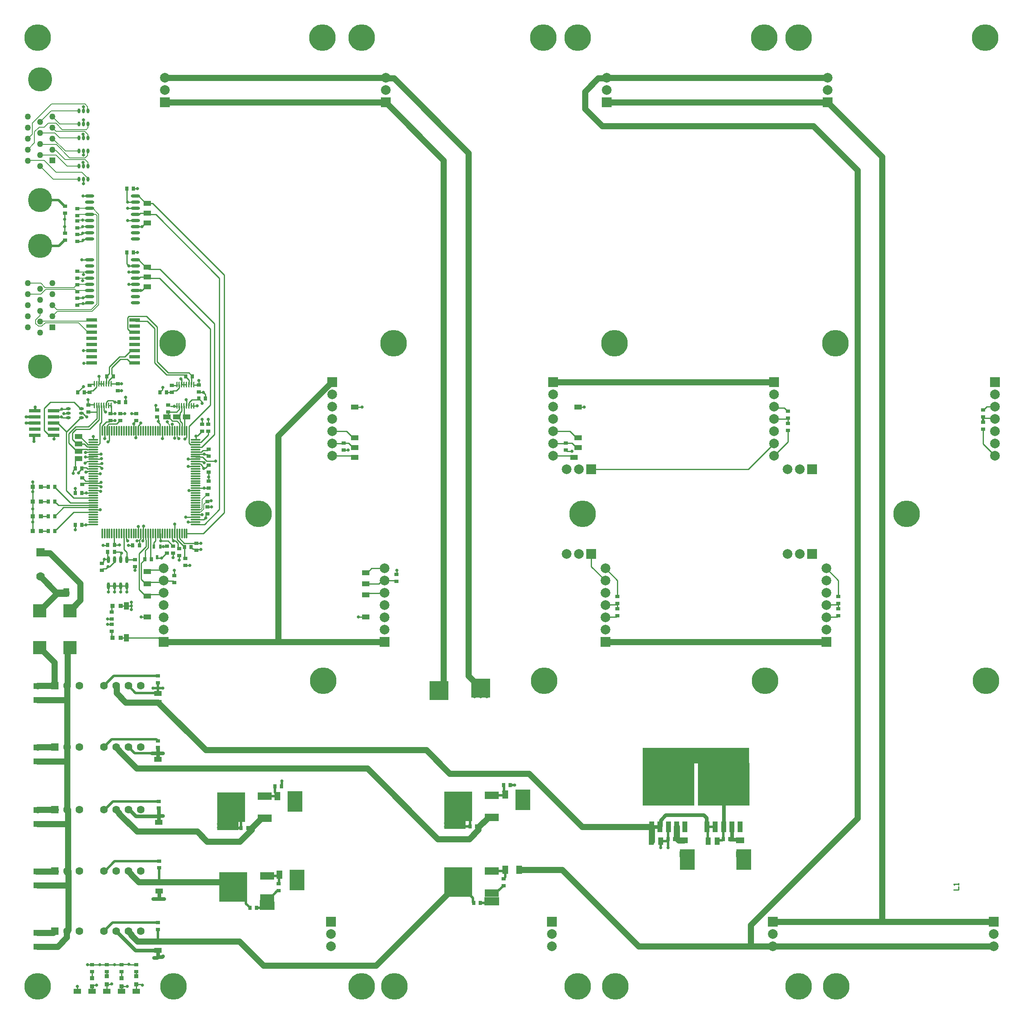
<source format=gtl>
G04*
G04 #@! TF.GenerationSoftware,Altium Limited,Altium Designer,20.0.14 (345)*
G04*
G04 Layer_Physical_Order=1*
G04 Layer_Color=255*
%FSLAX25Y25*%
%MOIN*%
G70*
G01*
G75*
%ADD10C,0.01000*%
%ADD19R,0.03543X0.03150*%
%ADD20R,0.03150X0.03543*%
%ADD21R,0.09000X0.03000*%
%ADD22R,0.05906X0.04331*%
%ADD23R,0.06299X0.03937*%
%ADD24R,0.04200X0.09000*%
%ADD25R,0.42000X0.35000*%
%ADD26R,0.07087X0.05118*%
%ADD27R,0.04331X0.05906*%
%ADD28R,0.05118X0.07087*%
%ADD29R,0.11811X0.06299*%
%ADD30R,0.22835X0.24410*%
%ADD31R,0.03740X0.03740*%
%ADD32R,0.01968X0.03543*%
%ADD33R,0.03740X0.03740*%
%ADD34O,0.02362X0.05709*%
%ADD35O,0.08268X0.01181*%
%ADD36O,0.01181X0.08268*%
%ADD37O,0.03937X0.02362*%
%ADD38O,0.07480X0.02362*%
%ADD39O,0.02362X0.03937*%
%ADD40R,0.10630X0.10630*%
G04:AMPARAMS|DCode=41|XSize=29.92mil|YSize=94.49mil|CornerRadius=7.48mil|HoleSize=0mil|Usage=FLASHONLY|Rotation=270.000|XOffset=0mil|YOffset=0mil|HoleType=Round|Shape=RoundedRectangle|*
%AMROUNDEDRECTD41*
21,1,0.02992,0.07953,0,0,270.0*
21,1,0.01496,0.09449,0,0,270.0*
1,1,0.01496,-0.03976,-0.00748*
1,1,0.01496,-0.03976,0.00748*
1,1,0.01496,0.03976,0.00748*
1,1,0.01496,0.03976,-0.00748*
%
%ADD41ROUNDEDRECTD41*%
%ADD42O,0.01000X0.05315*%
%ADD43R,0.03937X0.06299*%
%ADD82C,0.00600*%
%ADD83C,0.05000*%
%ADD84C,0.00900*%
%ADD85C,0.02000*%
%ADD86C,0.03000*%
%ADD87R,0.12000X0.17000*%
%ADD88R,0.15808X0.15786*%
%ADD89R,0.87045X0.12686*%
%ADD90R,0.17606X0.06901*%
%ADD91R,0.11836X0.06901*%
%ADD92R,0.06299X0.06299*%
%ADD93C,0.06299*%
%ADD94C,0.07874*%
%ADD95R,0.07874X0.07874*%
%ADD96R,0.07874X0.07874*%
%ADD97C,0.19685*%
%ADD98C,0.05000*%
%ADD99R,0.05000X0.05000*%
%ADD100C,0.07000*%
%ADD101R,0.07000X0.07000*%
%ADD102C,0.21654*%
%ADD103C,0.02600*%
D10*
X35777Y612556D02*
X36851Y613631D01*
X81291Y597800D02*
X81453Y597962D01*
X36996Y613631D02*
X37122D01*
X36851D02*
X36996D01*
X37130Y613765D01*
X36781Y613415D02*
X36996Y613631D01*
X32620Y560885D02*
X36826D01*
X32291Y560556D02*
X32620Y560885D01*
X45302Y433402D02*
X51405D01*
X51650Y433647D01*
X45268Y433367D02*
X45302Y433402D01*
X71756Y476000D02*
Y479756D01*
X56024Y476005D02*
X57268Y477249D01*
X56024Y473341D02*
Y476005D01*
X57268Y477249D02*
X61318D01*
X62567Y476000D01*
X63000D01*
X66244D01*
X42291Y453800D02*
X50119Y461627D01*
X31291Y453800D02*
X42291D01*
X50119Y461627D02*
Y473341D01*
X136756Y479000D02*
Y482244D01*
X135000Y484000D02*
X136756Y482244D01*
X131579Y484000D02*
X135000D01*
X131291Y484288D02*
X131579Y484000D01*
X127633Y473000D02*
X130000D01*
X127260Y472627D02*
X127633Y473000D01*
X134000Y475000D02*
Y476047D01*
X131244Y478803D02*
X134000Y476047D01*
X131244Y478803D02*
Y479000D01*
X127260Y472627D02*
Y472800D01*
X123323D02*
Y475464D01*
X125587Y477728D02*
X130169D01*
X123323Y475464D02*
X125587Y477728D01*
X130169D02*
X131244Y478803D01*
X123348Y456348D02*
X140541Y473541D01*
Y535550D01*
X99584Y576507D02*
X99948Y576143D01*
X123348Y442447D02*
Y456348D01*
X99291Y576800D02*
X99584Y576507D01*
X109672Y364066D02*
Y368962D01*
Y364066D02*
X110480Y363259D01*
Y362988D02*
Y363259D01*
X119535Y352800D02*
Y357800D01*
X113609Y363923D02*
Y368962D01*
Y363923D02*
X119535Y357997D01*
X110480Y362988D02*
X110671Y362797D01*
X112260D01*
X119535Y357800D02*
Y357997D01*
X130172Y356000D02*
X133000D01*
X129426Y355254D02*
X130172Y356000D01*
X128351Y356329D02*
X129426Y355254D01*
X115543Y365405D02*
Y368997D01*
X119362Y361000D02*
X133000D01*
X292552Y336399D02*
Y338757D01*
X292000Y335847D02*
X292552Y336399D01*
X54506Y452447D02*
X54520Y452461D01*
X54506Y446220D02*
Y452447D01*
X54492Y446206D02*
X54506Y446220D01*
X125047Y357603D02*
Y357800D01*
Y357603D02*
X126122Y356528D01*
X126319D01*
X126518Y356329D01*
X128351D01*
X115578Y364785D02*
X119362Y361000D01*
X57968Y498921D02*
X58366Y499319D01*
X61600Y496647D02*
Y497156D01*
X60291Y498662D02*
Y503800D01*
X56244Y497197D02*
X57968Y498921D01*
X56244Y497220D02*
X57956Y498932D01*
X58366Y499319D02*
Y499920D01*
X66535Y512800D02*
X71071D01*
X58366Y504630D02*
X66535Y512800D01*
X58366Y499920D02*
X58366Y504630D01*
X71071Y512800D02*
X76000Y517729D01*
X61600Y497156D02*
Y497353D01*
X60291Y498662D02*
X61600Y497353D01*
Y497156D02*
X61756Y497000D01*
X57993Y493525D02*
X60196Y495728D01*
X57993Y490861D02*
Y493525D01*
X60196Y495728D02*
X60681D01*
X61600Y496647D01*
X56024Y490861D02*
Y497000D01*
X67291Y510800D02*
X72929D01*
X60291Y503800D02*
X67291Y510800D01*
X292000Y335847D02*
X292291Y335556D01*
X111349Y334614D02*
Y338771D01*
X111291Y334556D02*
X111349Y334614D01*
X-4152Y383079D02*
Y388741D01*
X-4243Y382988D02*
X-4152Y383079D01*
Y388741D02*
Y394521D01*
X-4243Y394612D02*
X-4152Y394521D01*
X42098Y608468D02*
X42358Y608729D01*
X36883Y608014D02*
X37316D01*
X37771Y608468D02*
X42098D01*
X37316Y608014D02*
X37771Y608468D01*
X37130Y613765D02*
X42323D01*
X45268Y429430D02*
X50997D01*
X51567Y430000D01*
X52000D01*
X50119Y490861D02*
Y496881D01*
X50000Y497000D02*
X50119Y496881D01*
X72791Y321209D02*
Y326072D01*
X67791Y321209D02*
Y326072D01*
X62248D02*
X62520Y325800D01*
X62791Y321209D02*
Y326072D01*
X57791Y321209D02*
Y326072D01*
X67791D02*
X72791D01*
X57791D02*
X62248D01*
X62791D02*
X67791D01*
X105044Y353044D02*
X105291D01*
X101000Y349000D02*
X105044Y353044D01*
X97821Y349000D02*
X101000D01*
X97764Y348943D02*
X97821Y349000D01*
X97280Y349427D02*
X97764Y348943D01*
X53451Y359347D02*
X56264D01*
X56717Y359800D01*
X57045Y359472D01*
X39700Y401871D02*
X45268D01*
X36047Y401800D02*
X36118Y401871D01*
X39700D01*
X36047Y401800D02*
X36163Y401684D01*
X98457Y462879D02*
Y462969D01*
X97291Y464044D02*
X97382D01*
X98457Y462969D01*
Y459634D02*
Y460061D01*
Y459634D02*
X99795Y458296D01*
X97291Y464044D02*
X98457Y462879D01*
Y460061D02*
Y462879D01*
X134000Y457756D02*
Y462000D01*
X133803Y452244D02*
X134000D01*
X130210Y448651D02*
X133803Y452244D01*
X129306Y448651D02*
X130210D01*
X129000Y448345D02*
X129306Y448651D01*
X129000Y445262D02*
Y448345D01*
X128916Y445178D02*
X129000Y445262D01*
X138803Y449103D02*
Y452244D01*
X132945Y443244D02*
X138803Y449103D01*
X139000Y457756D02*
Y462000D01*
X128732Y445178D02*
X128916D01*
X44418Y6630D02*
Y11918D01*
X44291Y12044D02*
X44418Y11918D01*
X68417Y-4074D02*
Y-183D01*
X68291Y-4200D02*
X68417Y-4074D01*
X72894Y-62D02*
X72894Y-62D01*
X69807Y-62D02*
X72894D01*
X69661Y84D02*
X69807Y-62D01*
X60021Y1800D02*
X60291D01*
X59674Y1453D02*
X60021Y1800D01*
X68291Y6636D02*
Y12044D01*
Y6636D02*
X68417Y6510D01*
X56291Y8146D02*
Y12044D01*
X80291Y8146D02*
Y12044D01*
X44291Y-189D02*
Y63D01*
X44418Y-62D02*
X45480Y1000D01*
X48000D01*
X44291Y-4200D02*
Y-189D01*
X44418Y-62D01*
X68589Y17854D02*
X74237D01*
X68291Y17556D02*
X68589Y17854D01*
X642520Y340425D02*
X652291Y330654D01*
Y317556D02*
Y330654D01*
X420022Y432268D02*
X438823D01*
X430291Y437044D02*
X431366Y435969D01*
X435122D02*
X435291Y435800D01*
X431366Y435969D02*
X435122D01*
X439110Y446800D02*
X440291D01*
X450964Y421326D02*
X578964D01*
X599964Y442326D01*
X59494Y461000D02*
X63000D01*
X59370Y461123D02*
X59494Y461000D01*
X59961Y467226D02*
Y473341D01*
X59291Y466556D02*
X59961Y467226D01*
X57993Y473341D02*
X59961D01*
X54056Y469035D02*
X55291Y467800D01*
X15319Y393528D02*
X16819Y392028D01*
X45268D01*
X15122Y393528D02*
X15319D01*
X37075Y488537D02*
X37341D01*
X32535Y483997D02*
X37075Y488537D01*
X32535Y483800D02*
Y483997D01*
X39614Y463949D02*
X40002D01*
X114366Y357556D02*
X115291D01*
X82835Y359139D02*
Y363607D01*
X36881Y668525D02*
X36951Y668595D01*
X62047Y359800D02*
X62138Y359891D01*
X57520Y347800D02*
X57531Y347811D01*
X101581Y280425D02*
X102520D01*
X72291Y283800D02*
X98206D01*
X101581Y280425D01*
X148000Y388509D02*
Y577000D01*
X96271Y628729D02*
X148000Y577000D01*
X135806Y376315D02*
X148000Y388509D01*
X99669Y584332D02*
X144000Y540000D01*
Y449509D02*
Y540000D01*
X133798Y439307D02*
X144000Y449509D01*
X99948Y576143D02*
X140541Y535550D01*
X98533Y576800D02*
X99291D01*
X90760Y584332D02*
X99669D01*
X152000Y386000D02*
Y579566D01*
X121449Y368997D02*
X134997D01*
X152000Y386000D01*
X93766Y637800D02*
X152000Y579566D01*
X88110Y637800D02*
X93766D01*
X90362Y628729D02*
X96271D01*
X125291Y496241D02*
X126047Y496997D01*
X125291Y490320D02*
Y496241D01*
X121354Y472800D02*
Y477213D01*
X121000Y477567D02*
X121354Y477213D01*
X121000Y477567D02*
Y478000D01*
X120000Y446000D02*
X121414Y447414D01*
Y452427D01*
X121449Y452461D01*
X120860Y463800D02*
X121291D01*
X120949D02*
X121073D01*
X115941Y460555D02*
X117512Y458984D01*
Y452461D02*
Y458984D01*
X119480Y462331D02*
X120949Y463800D01*
X119480Y452461D02*
Y462331D01*
X117417Y468643D02*
Y472800D01*
X113291Y463800D02*
X114472D01*
X115941Y465269D02*
Y467166D01*
X114472Y463800D02*
X115941Y465269D01*
Y467166D02*
X117417Y468643D01*
X114472Y463800D02*
X115941Y462331D01*
Y460555D02*
Y462331D01*
X29000Y420265D02*
X30535Y421800D01*
X29000Y418000D02*
Y420265D01*
X72291Y309800D02*
X76291D01*
X67638D02*
X72291D01*
X33310Y418366D02*
X33616Y418673D01*
X33310Y418366D02*
X33634D01*
X33616Y418673D02*
Y419172D01*
X36047Y421603D01*
Y421800D01*
X39418Y418905D02*
X39851D01*
X40499Y419553D01*
X45233D01*
X56291Y1453D02*
X59674D01*
X84945D02*
X85445Y953D01*
X80291Y1453D02*
X84945D01*
X36222Y437550D02*
X40056D01*
X45233Y437339D02*
X45268Y437304D01*
X40268Y437339D02*
X45233D01*
X40056Y437550D02*
X40268Y437339D01*
X34472Y435800D02*
X36222Y437550D01*
X33291Y435800D02*
X34472D01*
X39335Y435335D02*
X45268D01*
X39000Y435000D02*
X39335Y435335D01*
X32110Y441800D02*
X37997D01*
X41641Y439307D02*
X45233D01*
X41547Y439400D02*
X41641Y439307D01*
X40397Y439400D02*
X41547D01*
X37997Y441800D02*
X40397Y439400D01*
X34472Y447800D02*
X40997Y441276D01*
X45233D01*
X33291Y447800D02*
X34472D01*
X45233Y441276D02*
X45268Y441241D01*
X77475Y358228D02*
X78291Y359044D01*
X77760Y359576D02*
X78291Y359044D01*
X110175Y349342D02*
Y353257D01*
X22000Y625291D02*
X22146Y625146D01*
X79760Y566729D02*
X85039D01*
X116659Y494800D02*
X117263D01*
X110175Y353257D02*
X110298Y353380D01*
X138291Y390556D02*
X141556D01*
X138291Y395044D02*
X138903Y395656D01*
X141453D01*
X115291Y347291D02*
Y351044D01*
X87535Y348000D02*
Y355029D01*
X86169Y346728D02*
X87441Y348000D01*
X84291Y331619D02*
Y344756D01*
X87441Y348000D02*
X87535D01*
X86169Y346634D02*
Y346728D01*
X84291Y344756D02*
X86169Y346634D01*
X90760Y339268D02*
X101363D01*
X89291Y337800D02*
X90760Y339268D01*
X101363D02*
X102520Y340425D01*
X91921Y347657D02*
Y368997D01*
X81091Y363000D02*
X81094Y363003D01*
X81401Y363309D01*
X82538D01*
X82835Y363607D01*
X62556Y359472D02*
X66528D01*
X88019Y363874D02*
Y368962D01*
X88203Y358172D02*
Y363690D01*
X87984Y368997D02*
X88019Y368962D01*
Y363874D02*
X88203Y363690D01*
X85563Y362724D02*
X85981Y363142D01*
Y368962D01*
X73861Y359139D02*
X77323D01*
X72791Y347528D02*
Y353516D01*
X70268Y356040D02*
X72791Y353516D01*
X70268Y356040D02*
Y368997D01*
X30535Y421800D02*
Y428225D01*
X23291Y403800D02*
Y451532D01*
Y403800D02*
X29157Y397934D01*
X16352Y458800D02*
X23291Y451861D01*
X-4000Y406855D02*
Y411000D01*
Y394855D02*
Y403000D01*
X-4055Y394800D02*
X-4000Y394855D01*
Y403000D02*
Y406745D01*
X-4055Y406800D02*
X-4000Y406745D01*
X-4243Y382988D02*
X-4055Y382800D01*
X-4243Y394612D02*
X-4055Y394800D01*
X-4050Y370806D02*
Y378251D01*
X-4055Y370800D02*
X-4050Y370806D01*
Y378251D02*
Y382794D01*
X-4055Y382800D02*
X-4050Y382794D01*
X-4055Y406800D02*
X-4000Y406855D01*
X26654Y393997D02*
X45268D01*
X14047Y406603D02*
X26654Y393997D01*
X25291Y442619D02*
Y450275D01*
Y442619D02*
X32110Y435800D01*
X25291Y450275D02*
X30816Y455800D01*
X30535Y428225D02*
X32110Y429800D01*
X33291D01*
X36047Y421800D02*
X36817Y422570D01*
X39648D01*
X38791Y426139D02*
X40148Y427496D01*
X45233D02*
X45268Y427461D01*
X40148Y427496D02*
X45233D01*
X37241Y607750D02*
Y607800D01*
X37843Y561469D02*
X42098D01*
X37259Y560885D02*
X37843Y561469D01*
X36826Y560885D02*
X37259D01*
X37081Y556119D02*
X41748D01*
X33366D02*
X37081D01*
X36000Y592000D02*
X36271Y591729D01*
X42358D01*
X37202Y643798D02*
X42289D01*
X37291Y653800D02*
Y657485D01*
X41748Y556119D02*
X42358Y556729D01*
X32291Y555044D02*
X33366Y556119D01*
X22000Y613847D02*
Y619000D01*
Y625000D01*
Y629753D02*
X22291Y630044D01*
X22000Y625291D02*
Y629753D01*
Y613847D02*
X22291Y613556D01*
X128732Y435335D02*
X133335D01*
X134481Y436481D02*
X138216D01*
X133335Y435335D02*
X134481Y436481D01*
X82835Y363607D02*
X84013Y364785D01*
X85981Y368962D02*
X86016Y368997D01*
X90760Y319268D02*
X101363D01*
X102520Y320425D01*
X89291Y317800D02*
X90760Y319268D01*
X120291Y343044D02*
X124047D01*
X450964Y341981D02*
X462520Y330425D01*
X450964Y341981D02*
Y352326D01*
X272097Y340425D02*
X282520D01*
X439274Y350473D02*
X440964D01*
X770291Y441999D02*
Y454044D01*
Y441999D02*
X779964Y432326D01*
X249291Y437044D02*
X253047D01*
X419964Y432326D02*
X420022Y432268D01*
X59291Y461044D02*
X59370Y461123D01*
X58217Y459969D02*
X59291Y461044D01*
X37181Y691226D02*
X37291Y691115D01*
X37070Y694280D02*
X37181Y694169D01*
Y691226D02*
Y694169D01*
X37291Y702485D02*
Y705800D01*
Y713115D02*
Y716450D01*
Y702485D02*
X37309Y702467D01*
X36951Y668595D02*
Y671165D01*
X36881Y668525D02*
X37291Y668115D01*
X37347Y677361D02*
X37402Y677305D01*
X37347Y677361D02*
Y680430D01*
X37291Y680485D02*
X37347Y680430D01*
X54037Y490879D02*
X54056Y490861D01*
X24758Y470322D02*
X24976Y470540D01*
X24539Y470103D02*
X24758Y470322D01*
X19743D02*
X24758D01*
X19524Y470103D02*
X19743Y470322D01*
X13124Y468800D02*
X13967Y469643D01*
X18631D01*
X19091Y470103D01*
X19524D01*
X24539D01*
X35606Y466800D02*
X36762D01*
X39614Y463949D01*
X80094Y461044D02*
X80291D01*
X79020Y459969D02*
X80094Y461044D01*
X79020Y459772D02*
Y459969D01*
X78658Y459411D02*
X79020Y459772D01*
X78658Y458504D02*
Y459411D01*
X78352Y458198D02*
X78658Y458504D01*
X78176Y452496D02*
Y458022D01*
X78142Y452461D02*
X78176Y452496D01*
Y458022D02*
X78352Y458198D01*
X83312Y458779D02*
X84081D01*
X83291Y458800D02*
X83312Y458779D01*
X83764D02*
X84081D01*
X83387Y458402D02*
X83764Y458779D01*
X83387Y457947D02*
Y458402D01*
X82113Y456674D02*
X83387Y457947D01*
X82113Y452496D02*
Y456674D01*
X96073Y472859D02*
X96285Y473071D01*
X96073Y470631D02*
Y472859D01*
Y470631D02*
X97148Y469556D01*
X97291D01*
X99535Y483800D02*
Y483997D01*
X101775Y486236D01*
Y487410D01*
X102081Y487716D01*
X116659Y494800D02*
X117027D01*
X117417Y494410D01*
X117263Y494800D02*
X117277Y494786D01*
X117417Y490320D02*
Y494410D01*
X95291Y507800D02*
X105021Y498070D01*
X119461D01*
X120535Y496996D01*
X106271Y499820D02*
X118442D01*
X118443Y499822D01*
X97291Y508800D02*
X106271Y499820D01*
X120535Y496603D02*
Y496996D01*
X123244Y499800D02*
X126047Y496997D01*
X118443Y499822D02*
X122628D01*
X122650Y499800D02*
X123244D01*
X122628Y499822D02*
X122650Y499800D01*
X137581Y428035D02*
X144868D01*
X128767Y431364D02*
X134252D01*
X137581Y428035D01*
X135175Y426505D02*
X135504D01*
X134218Y427461D02*
X135175Y426505D01*
X132438Y433402D02*
X132450Y433413D01*
X128732Y433367D02*
X128767Y433402D01*
X135786Y433413D02*
X136057D01*
X128767Y433402D02*
X132438D01*
X132450Y433413D02*
X135810D01*
X128732Y425493D02*
X128767Y425458D01*
X132945D01*
X133038Y425365D01*
X133038D01*
X134116Y424287D01*
Y423408D02*
Y424287D01*
Y423408D02*
X135291Y422233D01*
Y421800D02*
Y422233D01*
X138339Y423800D02*
X138535D01*
X138339D02*
X139094Y424556D01*
X136645Y422106D02*
X138339Y423800D01*
X139094Y424556D02*
X139291D01*
X135597Y422106D02*
X136645D01*
X135291Y421800D02*
X135597Y422106D01*
X136756Y381535D02*
X137119D01*
X135438Y380217D02*
X136756Y381535D01*
X137119Y383872D02*
X138291Y385044D01*
X137119Y381535D02*
Y383872D01*
X128732Y380217D02*
X135438D01*
X128732Y384154D02*
X128748Y384170D01*
X134102D01*
X134118Y384185D01*
X100416Y362800D02*
X106193D01*
X100416D02*
X100416D01*
X110101Y358892D02*
X110298D01*
X106193Y362800D02*
X110101Y358892D01*
X104982Y358247D02*
X105291Y358556D01*
X102273Y358247D02*
X104982D01*
X99839Y358301D02*
X99893Y358247D01*
X102273D01*
X97280Y349427D02*
Y349443D01*
X94721Y358301D02*
Y361661D01*
X95858Y362798D01*
Y368997D01*
X82541Y352510D02*
X88203Y358172D01*
X86050Y369032D02*
Y374686D01*
X86016Y368997D02*
X86050Y369032D01*
Y374686D02*
X86137Y374772D01*
X45268Y409745D02*
X45302Y409780D01*
X50256D01*
X51166Y410690D01*
X51599D01*
X45268Y407776D02*
X50502D01*
X51308Y406971D01*
X51741D01*
X45268Y403839D02*
X45302Y403805D01*
X50108D01*
X50863Y403050D01*
X51296D01*
X45233Y431364D02*
X45268Y431398D01*
X39074Y431364D02*
X45233D01*
X38898Y431188D02*
X39074Y431364D01*
X45233Y419553D02*
X45268Y419587D01*
X45233Y421591D02*
X45268Y421556D01*
X40628Y421591D02*
X45233D01*
X39648Y422570D02*
X40628Y421591D01*
X45302Y425527D02*
X52019D01*
X45268Y425493D02*
X45302Y425527D01*
X45268Y423524D02*
X50567D01*
X52291Y421800D01*
X52019Y425527D02*
X52291Y425800D01*
X39087Y411713D02*
X45268D01*
X36488Y414312D02*
X39087Y411713D01*
X36291Y414312D02*
X36488D01*
X32291Y607044D02*
X36265D01*
X440291Y471800D02*
X445291D01*
X24851Y466675D02*
X24976Y466800D01*
X21416Y466675D02*
X24851D01*
X21291Y466550D02*
X21416Y466675D01*
X45241Y445204D02*
X45268Y445178D01*
X45241Y445204D02*
Y447800D01*
X128732Y427461D02*
X134218D01*
X74362Y571729D02*
X79760D01*
X125291Y472800D02*
X127260D01*
X261291Y300800D02*
X267291D01*
X258291Y471800D02*
X264291D01*
X117417Y490320D02*
X119386D01*
X121354D01*
X78047Y597800D02*
X81291D01*
X74362Y581729D02*
X79760D01*
X99795Y452461D02*
Y458296D01*
X73362Y633729D02*
X79760D01*
X78047Y649800D02*
X81291D01*
X65291Y485288D02*
X68291D01*
X101764Y446273D02*
Y452461D01*
X13124Y448800D02*
X13291Y448632D01*
X12281Y449643D02*
X13124Y448800D01*
X13291Y445800D02*
Y448632D01*
X42098Y561469D02*
X42358Y561729D01*
X32291Y612556D02*
X35777D01*
X42323Y613765D02*
X42358Y613729D01*
X36265Y607044D02*
X36971Y607750D01*
X37241D01*
X45268Y417619D02*
X51110D01*
X32110Y435800D02*
X33291D01*
X20302Y463060D02*
X24976D01*
X19562Y463800D02*
X20302Y463060D01*
X13124Y463800D02*
X19291D01*
X82079Y368997D02*
Y374587D01*
X99830Y363386D02*
Y368962D01*
Y363386D02*
X100416Y362800D01*
X10291Y475800D02*
X29594D01*
X34854Y470540D02*
X35606D01*
X29594Y475800D02*
X34854Y470540D01*
X13124Y458800D02*
X16352D01*
X23291Y451532D02*
Y451861D01*
X28291Y445619D02*
Y450800D01*
X30816Y455800D02*
X41291D01*
X23291Y451532D02*
X34819Y463060D01*
X35606D01*
X28291Y450800D02*
X31291Y453800D01*
X28291Y445619D02*
X32110Y441800D01*
X5291Y452972D02*
X8620Y449643D01*
X12281D01*
X5291Y452972D02*
Y470800D01*
X10291Y475800D01*
X19291Y463800D02*
X19562D01*
X48150Y462659D02*
Y467800D01*
X41291Y455800D02*
X48150Y462659D01*
X45268Y388091D02*
X51000D01*
X21110Y390060D02*
X45268D01*
X14047Y382997D02*
X21110Y390060D01*
X45302Y441276D02*
X49480D01*
X50711Y442506D01*
Y458270D01*
X52087Y459646D01*
X45268Y441241D02*
X45302Y441276D01*
X80110Y446981D02*
Y452461D01*
X122567Y423524D02*
X128732D01*
X123331Y403839D02*
X128732D01*
X122740Y378249D02*
X128732D01*
X111606Y368997D02*
Y376485D01*
X115543Y368997D02*
X115578Y368962D01*
Y364785D02*
Y368962D01*
X112260Y362797D02*
X114291Y360766D01*
Y357631D02*
X114366Y357556D01*
X114291Y357631D02*
Y360766D01*
X113575Y368997D02*
X113609Y368962D01*
X109638Y368997D02*
X109672Y368962D01*
X56803Y294800D02*
X60291D01*
X56803Y299288D02*
X60291D01*
X84291Y300800D02*
X89291D01*
X79760Y618729D02*
X85039D01*
X88110Y621800D01*
X89291D01*
X85039Y566729D02*
X88110Y569800D01*
X89291D01*
X32291Y-4200D02*
Y-200D01*
X282520Y330425D02*
X291910D01*
X292291Y330044D01*
X267291Y318800D02*
X268760Y320269D01*
X282363D01*
X282520Y320425D01*
X267291Y327800D02*
X278035D01*
X280660Y330425D01*
X282520D01*
X268472Y336800D02*
X272097Y340425D01*
X267291Y336800D02*
X268472D01*
X102520Y330425D02*
X102826Y330119D01*
X110216D01*
X111291Y329044D01*
X88110Y317800D02*
X89291D01*
X82541Y323369D02*
X88110Y317800D01*
X89110Y327800D02*
X89291D01*
X88110D02*
X89110D01*
X90579Y329269D01*
X84291Y331619D02*
X88110Y327800D01*
X90579Y329269D02*
X101363D01*
X102520Y330425D01*
X82541Y323369D02*
Y352510D01*
X419964Y452326D02*
X433584D01*
X439110Y446800D01*
X430291Y442556D02*
X435354D01*
X439110Y438800D01*
X440291D01*
X239964Y452326D02*
X251584D01*
X257110Y446800D01*
X258291D01*
X239964Y442326D02*
X249291D01*
X253354Y442556D02*
X257110Y438800D01*
X249291Y442556D02*
X253354D01*
X257110Y438800D02*
X258291D01*
X239964Y432326D02*
X240022Y432268D01*
X256823D01*
X258291Y430800D01*
X119386Y470643D02*
Y472800D01*
Y470643D02*
X119392Y470637D01*
Y465269D02*
Y470637D01*
Y465269D02*
X120860Y463800D01*
X90291Y576800D02*
X98533D01*
X74303Y545800D02*
X88697D01*
X79879Y541850D02*
X89242D01*
X79000Y542729D02*
X79879Y541850D01*
X45233Y439307D02*
X45268Y439272D01*
X83758Y577800D02*
X89291D01*
X82687Y576729D02*
X83758Y577800D01*
X79760Y576729D02*
X82687D01*
X89291Y577800D02*
X90291Y576800D01*
X88110Y585800D02*
X89291D01*
X82181Y591729D02*
X88110Y585800D01*
X79760Y591729D02*
X82181D01*
X89291Y585800D02*
X90760Y584332D01*
X83758Y629800D02*
X89291D01*
X82687Y628729D02*
X83758Y629800D01*
X79760Y628729D02*
X82687D01*
X89291Y629800D02*
X90362Y628729D01*
X82181Y643729D02*
X88110Y637800D01*
X79760Y643729D02*
X82181D01*
X76291Y306800D02*
Y309800D01*
Y312800D01*
X40535Y17556D02*
X44291D01*
X50535D01*
X56291D01*
X62535D01*
X68291D01*
X74535D02*
X80291D01*
Y-4200D02*
Y1453D01*
X56291Y-4200D02*
Y1453D01*
X60291Y309146D02*
X60945Y309800D01*
X60291Y304800D02*
Y309146D01*
Y284454D02*
X60945Y283800D01*
X60291Y284454D02*
Y289288D01*
X2638Y370800D02*
X8535D01*
X2638Y382800D02*
X8535D01*
X2638Y394800D02*
X8535D01*
X2638Y406800D02*
X8535D01*
X14047Y394603D02*
X15122Y393528D01*
X14047Y394603D02*
Y394800D01*
Y370800D02*
Y370997D01*
X15122Y372072D01*
X15319D01*
X29370Y386123D01*
X45268D01*
X14047Y382800D02*
Y382997D01*
Y406603D02*
Y406800D01*
X29157Y397934D02*
X45268D01*
X30535Y401800D02*
Y405556D01*
X472291Y317556D02*
Y330654D01*
X462520Y340425D02*
X472291Y330654D01*
Y307556D02*
Y312044D01*
X462520Y310425D02*
X463064Y310969D01*
X471216D01*
X472291Y312044D01*
X462520Y300425D02*
X463064Y300969D01*
X471216D01*
X472291Y302044D01*
X770291Y464044D02*
X771366Y462969D01*
X779321D01*
X779964Y462326D01*
X599964D02*
X610573D01*
X611291Y463044D01*
X651217Y310969D02*
X652291Y312044D01*
X643064Y310969D02*
X651217D01*
X642520Y310425D02*
X643064Y310969D01*
X652291Y307556D02*
Y312044D01*
X642520Y300425D02*
X643064Y300969D01*
X651217D01*
X652291Y302044D01*
X599964Y472326D02*
X600931Y471359D01*
X608291D01*
X611094Y468556D02*
X611291D01*
X608291Y471359D02*
X611094Y468556D01*
X611291Y443654D02*
Y453044D01*
X599964Y432326D02*
X611291Y443654D01*
X439192Y350555D02*
X440964Y352326D01*
Y350473D02*
Y352326D01*
X419964Y442326D02*
X430062D01*
X430291Y442556D01*
X138535Y423800D02*
X139291Y424556D01*
X128732Y431398D02*
X128767Y431364D01*
Y376315D02*
X135806D01*
X139291Y411556D02*
Y414800D01*
X82079Y452461D02*
X82113Y452496D01*
X120677Y382186D02*
X128732D01*
X55610Y340119D02*
X57291Y341800D01*
X99839Y358301D02*
Y359089D01*
X100323Y359573D01*
X79291Y338800D02*
Y342044D01*
X84013Y364785D02*
Y368962D01*
X84047Y368997D01*
X91921Y347657D02*
X91972Y347606D01*
Y346875D02*
Y347606D01*
X89918Y368962D02*
X89953Y368997D01*
Y357447D02*
Y368928D01*
X89918Y368962D02*
X89953Y368928D01*
X87535Y355029D02*
X89953Y357447D01*
X136057Y433413D02*
X136351Y433119D01*
X138216D01*
X122661Y429430D02*
X128732D01*
X138216Y433119D02*
X139291Y432044D01*
X611291Y458556D02*
Y463044D01*
X773259Y472326D02*
X779964D01*
X770488Y469556D02*
X773259Y472326D01*
X770291Y469556D02*
X770488D01*
X79264Y347528D02*
X79291Y347556D01*
X72791Y347528D02*
X79264D01*
X57045Y350317D02*
Y353800D01*
Y350317D02*
X57531Y349831D01*
Y347811D02*
Y349831D01*
X62556Y353800D02*
X67021D01*
X68021Y352800D01*
X68291D01*
X119535Y349312D02*
Y352800D01*
Y349312D02*
X120291Y348556D01*
X128732Y443210D02*
X128767Y443244D01*
X132945D01*
X128732Y439272D02*
X128767Y439307D01*
X133798D01*
X67291Y466556D02*
X71047D01*
X58068Y458219D02*
X64467D01*
X66020Y459772D02*
Y459969D01*
X67094Y461044D02*
X67291D01*
X66020Y459969D02*
X67094Y461044D01*
X64467Y458219D02*
X66020Y459772D01*
X56523Y452496D02*
Y456674D01*
X56488Y452461D02*
X56523Y452496D01*
Y456674D02*
X58068Y458219D01*
X52586Y456674D02*
X55881Y459969D01*
X58217D01*
X52551Y452461D02*
X52586Y452496D01*
Y456674D01*
X104618Y359229D02*
X105291Y358556D01*
X99795Y368997D02*
X99830Y368962D01*
X37236Y409745D02*
X45268D01*
X36291Y408800D02*
X37236Y409745D01*
X138216Y436481D02*
X139291Y437556D01*
X48150Y467800D02*
Y473341D01*
X52087Y490861D02*
X54056D01*
X50119D02*
X52087D01*
X95291Y507800D02*
Y535800D01*
X89242Y541850D02*
X95291Y535800D01*
X73250Y544747D02*
X74303Y545800D01*
X88697D02*
X97291Y537206D01*
Y508800D02*
Y537206D01*
X73250Y535479D02*
Y544747D01*
Y535479D02*
X76000Y532729D01*
X79000D01*
X72929Y510800D02*
X76000Y507729D01*
X79000D01*
X76000Y517729D02*
X79000D01*
X123323Y490320D02*
Y493816D01*
X120535Y496603D02*
X123323Y493816D01*
X57200Y443709D02*
X58457Y444965D01*
Y452461D01*
X54056Y469035D02*
Y473341D01*
X52087Y459646D02*
Y473341D01*
X76535Y466556D02*
X80291D01*
X59291D02*
X63047D01*
X30535Y372044D02*
Y375800D01*
X62520Y325800D02*
X62791Y326072D01*
X62394Y359635D02*
Y368997D01*
Y359635D02*
X62556Y359472D01*
X53366Y340119D02*
X55610D01*
X58736Y341800D02*
X62791Y345855D01*
X57291Y341800D02*
X58736D01*
X52291Y339044D02*
X53366Y340119D01*
X62791Y345855D02*
Y347528D01*
X54291Y347800D02*
X57520D01*
X53563Y347072D02*
X54291Y347800D01*
X53291Y345556D02*
X53488D01*
X53563Y345631D01*
Y347072D01*
X52291Y344556D02*
X53291Y345556D01*
X67791Y347528D02*
Y352029D01*
X68291Y352529D01*
Y352800D01*
X139291Y414800D02*
Y419044D01*
X128732Y405808D02*
X135029D01*
X135265Y406044D01*
X135535D01*
X139291D01*
X45233Y376246D02*
X45268Y376280D01*
X40008Y376246D02*
X45233D01*
X39562Y375800D02*
X40008Y376246D01*
X39291Y375800D02*
X39562D01*
X36047D02*
X39291D01*
X72264Y363828D02*
X73291Y362800D01*
X72264Y363828D02*
Y368969D01*
X72236Y368997D02*
X72264Y368969D01*
X128732Y376280D02*
X128767Y376315D01*
X124520Y441276D02*
X128698D01*
X128732Y441241D01*
X123348Y442447D02*
X124520Y441276D01*
X746140Y78540D02*
X750139D01*
Y81206D01*
Y82539D02*
Y83872D01*
Y83205D01*
X746140D01*
X746806Y82539D01*
D19*
X770291Y464044D02*
D03*
Y469556D02*
D03*
X652291Y307556D02*
D03*
Y302044D02*
D03*
X611291Y463044D02*
D03*
Y468556D02*
D03*
X472291Y307556D02*
D03*
Y302044D02*
D03*
X22291Y608044D02*
D03*
Y613556D02*
D03*
X36291Y414312D02*
D03*
Y408800D02*
D03*
X139291Y432044D02*
D03*
Y437556D02*
D03*
X120291Y348556D02*
D03*
Y343044D02*
D03*
X138291Y395044D02*
D03*
Y400556D02*
D03*
X32291Y566044D02*
D03*
Y571556D02*
D03*
Y618044D02*
D03*
Y623556D02*
D03*
Y582556D02*
D03*
Y577044D02*
D03*
Y633556D02*
D03*
Y628044D02*
D03*
X22291Y635556D02*
D03*
Y630044D02*
D03*
X109291Y489556D02*
D03*
Y484044D02*
D03*
X41291Y468044D02*
D03*
Y473556D02*
D03*
X106291Y468044D02*
D03*
Y473556D02*
D03*
X42291Y489556D02*
D03*
Y484044D02*
D03*
X652291Y312044D02*
D03*
Y317556D02*
D03*
X472291Y312044D02*
D03*
Y317556D02*
D03*
X611291Y458556D02*
D03*
Y453044D02*
D03*
X770291Y459556D02*
D03*
Y454044D02*
D03*
X52291Y339044D02*
D03*
Y344556D02*
D03*
X129426Y355254D02*
D03*
Y360766D02*
D03*
X134000Y457756D02*
D03*
Y452244D02*
D03*
X139291Y419044D02*
D03*
Y424556D02*
D03*
Y411556D02*
D03*
Y406044D02*
D03*
X138291Y390556D02*
D03*
Y385044D02*
D03*
X97291Y469556D02*
D03*
Y464044D02*
D03*
X139000Y457756D02*
D03*
Y452244D02*
D03*
X67291Y466556D02*
D03*
Y461044D02*
D03*
X115291Y351044D02*
D03*
Y356556D02*
D03*
X110375Y358556D02*
D03*
Y353044D02*
D03*
X105291Y353044D02*
D03*
Y358556D02*
D03*
X32291Y612556D02*
D03*
Y607044D02*
D03*
X80291Y466556D02*
D03*
Y461044D02*
D03*
X59291Y466556D02*
D03*
Y461044D02*
D03*
X32291Y560556D02*
D03*
Y555044D02*
D03*
X65291Y485288D02*
D03*
Y490800D02*
D03*
X131291Y484288D02*
D03*
Y489800D02*
D03*
X292291Y335556D02*
D03*
Y330044D02*
D03*
X379741Y82044D02*
D03*
Y87556D02*
D03*
X80291Y12044D02*
D03*
Y17556D02*
D03*
X68291Y12044D02*
D03*
Y17556D02*
D03*
X56291Y12044D02*
D03*
Y17556D02*
D03*
X44291Y12044D02*
D03*
Y17556D02*
D03*
X98809Y96465D02*
D03*
Y101977D02*
D03*
X98584Y145075D02*
D03*
Y150587D02*
D03*
X98059Y194446D02*
D03*
Y199958D02*
D03*
X98000Y46244D02*
D03*
Y51756D02*
D03*
Y252756D02*
D03*
Y247244D02*
D03*
X111291Y334556D02*
D03*
Y329044D02*
D03*
X79291Y342044D02*
D03*
Y347556D02*
D03*
X60291Y289288D02*
D03*
Y294800D02*
D03*
Y304800D02*
D03*
Y299288D02*
D03*
X249291Y442556D02*
D03*
Y437044D02*
D03*
X430291Y442556D02*
D03*
Y437044D02*
D03*
X196344Y83533D02*
D03*
Y78021D02*
D03*
D20*
X92756Y348000D02*
D03*
X87244D02*
D03*
X38047Y483800D02*
D03*
X32535D02*
D03*
X105047D02*
D03*
X99535D02*
D03*
X61756Y497000D02*
D03*
X56244D02*
D03*
X126047Y496800D02*
D03*
X120535D02*
D03*
X57045Y359472D02*
D03*
X62556D02*
D03*
X77323Y359139D02*
D03*
X82835D02*
D03*
X125047Y357800D02*
D03*
X119535D02*
D03*
X30535Y421800D02*
D03*
X36047D02*
D03*
X78047Y597800D02*
D03*
X72535D02*
D03*
X30535Y401800D02*
D03*
X36047D02*
D03*
X30535Y375800D02*
D03*
X36047D02*
D03*
X78047Y649800D02*
D03*
X72535D02*
D03*
X136756Y479000D02*
D03*
X131244D02*
D03*
X71756Y476000D02*
D03*
X66244D02*
D03*
X558535Y119800D02*
D03*
X564047D02*
D03*
X379488Y164000D02*
D03*
X385000D02*
D03*
X193244Y163000D02*
D03*
X198756D02*
D03*
X57045Y353800D02*
D03*
X62556D02*
D03*
X14047Y406800D02*
D03*
X8535D02*
D03*
X14047Y394800D02*
D03*
X8535D02*
D03*
X14047Y382800D02*
D03*
X8535D02*
D03*
X14047Y370800D02*
D03*
X8535D02*
D03*
X165779Y128800D02*
D03*
X171291D02*
D03*
X513535Y119800D02*
D03*
X519047D02*
D03*
X172901Y64021D02*
D03*
X178413D02*
D03*
X355229Y67800D02*
D03*
X360741D02*
D03*
X352259Y130373D02*
D03*
X357771D02*
D03*
D21*
X79000Y527729D02*
D03*
Y522729D02*
D03*
Y517729D02*
D03*
Y532729D02*
D03*
Y537729D02*
D03*
Y542729D02*
D03*
Y507729D02*
D03*
Y512729D02*
D03*
X44000Y542729D02*
D03*
Y507729D02*
D03*
Y512729D02*
D03*
Y517729D02*
D03*
Y522729D02*
D03*
Y537729D02*
D03*
Y532729D02*
D03*
Y527729D02*
D03*
D22*
X98000Y29300D02*
D03*
Y36700D02*
D03*
X98584Y126131D02*
D03*
Y133531D02*
D03*
X97927Y177433D02*
D03*
Y184833D02*
D03*
X98000Y238700D02*
D03*
Y231300D02*
D03*
X98809Y84921D02*
D03*
Y77521D02*
D03*
D23*
X440291Y471800D02*
D03*
Y438800D02*
D03*
X437000Y431000D02*
D03*
X258291Y471800D02*
D03*
Y438800D02*
D03*
Y430800D02*
D03*
X267291Y336800D02*
D03*
Y327800D02*
D03*
Y300800D02*
D03*
Y318800D02*
D03*
X44291Y-4200D02*
D03*
X32291D02*
D03*
X89291Y337800D02*
D03*
Y327800D02*
D03*
Y317800D02*
D03*
Y300800D02*
D03*
X105291Y463800D02*
D03*
X113291D02*
D03*
X121291D02*
D03*
X33291Y429800D02*
D03*
Y447800D02*
D03*
Y435800D02*
D03*
Y441800D02*
D03*
X89291Y569800D02*
D03*
Y577800D02*
D03*
Y585800D02*
D03*
Y621800D02*
D03*
Y629800D02*
D03*
Y637800D02*
D03*
X258291Y446800D02*
D03*
X440291D02*
D03*
X56291Y-4200D02*
D03*
X80291D02*
D03*
X68291D02*
D03*
D24*
X558828Y129902D02*
D03*
X565528D02*
D03*
X572228D02*
D03*
X552128D02*
D03*
X545428D02*
D03*
X513828D02*
D03*
X520528D02*
D03*
X527228D02*
D03*
X507128D02*
D03*
X500428D02*
D03*
D25*
X558828Y164402D02*
D03*
X513828D02*
D03*
D26*
X572291Y107383D02*
D03*
Y118800D02*
D03*
X526291Y107383D02*
D03*
Y118800D02*
D03*
X0Y194709D02*
D03*
Y183291D02*
D03*
Y244709D02*
D03*
Y233291D02*
D03*
Y143709D02*
D03*
Y132291D02*
D03*
Y82291D02*
D03*
Y93709D02*
D03*
X-0Y43709D02*
D03*
Y32291D02*
D03*
D27*
X546258Y118221D02*
D03*
X553658D02*
D03*
X507528D02*
D03*
X500128D02*
D03*
D28*
X380932Y156129D02*
D03*
X392349D02*
D03*
X392449Y94800D02*
D03*
X381032D02*
D03*
X208549Y90777D02*
D03*
X197132D02*
D03*
X195323Y154800D02*
D03*
X206741D02*
D03*
X23291Y321000D02*
D03*
X34709D02*
D03*
D29*
X370032Y75804D02*
D03*
Y93796D02*
D03*
X186840Y72025D02*
D03*
Y90017D02*
D03*
X185032Y136808D02*
D03*
Y154800D02*
D03*
X370032Y155600D02*
D03*
Y137608D02*
D03*
D30*
X342552Y84800D02*
D03*
X159360Y81021D02*
D03*
X157552Y145804D02*
D03*
X342552Y146604D02*
D03*
D31*
X80291Y8146D02*
D03*
Y1453D02*
D03*
X68417Y6510D02*
D03*
Y-183D02*
D03*
X56291Y8146D02*
D03*
Y1453D02*
D03*
X44418Y6630D02*
D03*
Y-62D02*
D03*
D32*
X99839Y358301D02*
D03*
X94721D02*
D03*
X97280Y349443D02*
D03*
D33*
X67638Y283800D02*
D03*
X60945D02*
D03*
Y309800D02*
D03*
X67638D02*
D03*
X-4055Y406800D02*
D03*
X2638D02*
D03*
X-4055Y394800D02*
D03*
X2638D02*
D03*
Y382800D02*
D03*
X-4055D02*
D03*
X2638Y370800D02*
D03*
X-4055D02*
D03*
D34*
X72791Y347528D02*
D03*
X67791D02*
D03*
X62791D02*
D03*
X57791D02*
D03*
X72791Y326072D02*
D03*
X67791D02*
D03*
X62791D02*
D03*
X57791D02*
D03*
D35*
X45268Y376280D02*
D03*
Y378249D02*
D03*
Y380217D02*
D03*
Y382186D02*
D03*
Y384154D02*
D03*
Y386123D02*
D03*
Y388091D02*
D03*
Y390060D02*
D03*
Y392028D02*
D03*
Y393997D02*
D03*
Y395965D02*
D03*
Y397934D02*
D03*
Y399902D02*
D03*
Y401871D02*
D03*
Y403839D02*
D03*
Y405808D02*
D03*
Y407776D02*
D03*
Y409745D02*
D03*
Y411713D02*
D03*
Y413682D02*
D03*
Y415650D02*
D03*
Y417619D02*
D03*
Y419587D02*
D03*
Y421556D02*
D03*
Y423524D02*
D03*
Y425493D02*
D03*
Y427461D02*
D03*
Y429430D02*
D03*
Y431398D02*
D03*
Y433367D02*
D03*
Y435335D02*
D03*
Y437304D02*
D03*
Y439272D02*
D03*
Y441241D02*
D03*
Y443210D02*
D03*
Y445178D02*
D03*
X128732D02*
D03*
Y443210D02*
D03*
Y441241D02*
D03*
Y439272D02*
D03*
Y437304D02*
D03*
Y435335D02*
D03*
Y433367D02*
D03*
Y431398D02*
D03*
Y429430D02*
D03*
Y427461D02*
D03*
Y425493D02*
D03*
Y423524D02*
D03*
Y421556D02*
D03*
Y419587D02*
D03*
Y417619D02*
D03*
Y415650D02*
D03*
Y413682D02*
D03*
Y411713D02*
D03*
Y409745D02*
D03*
Y407776D02*
D03*
Y405808D02*
D03*
Y403839D02*
D03*
Y401871D02*
D03*
Y399902D02*
D03*
Y397934D02*
D03*
Y395965D02*
D03*
Y393997D02*
D03*
Y392028D02*
D03*
Y390060D02*
D03*
Y388091D02*
D03*
Y386123D02*
D03*
Y384154D02*
D03*
Y382186D02*
D03*
Y380217D02*
D03*
Y378249D02*
D03*
Y376280D02*
D03*
D36*
X52551Y452461D02*
D03*
X54520D02*
D03*
X56488D02*
D03*
X58457D02*
D03*
X60425D02*
D03*
X62394D02*
D03*
X64362D02*
D03*
X66331D02*
D03*
X68299D02*
D03*
X70268D02*
D03*
X72236D02*
D03*
X74205D02*
D03*
X76173D02*
D03*
X78142D02*
D03*
X80110D02*
D03*
X82079D02*
D03*
X84047D02*
D03*
X86016D02*
D03*
X87984D02*
D03*
X89953D02*
D03*
X91921D02*
D03*
X93890D02*
D03*
X95858D02*
D03*
X97827D02*
D03*
X99795D02*
D03*
X101764D02*
D03*
X103732D02*
D03*
X105701D02*
D03*
X107669D02*
D03*
X109638D02*
D03*
X111606D02*
D03*
X113575D02*
D03*
X115543D02*
D03*
X117512D02*
D03*
X119480D02*
D03*
X121449D02*
D03*
Y368997D02*
D03*
X119480D02*
D03*
X117512D02*
D03*
X115543D02*
D03*
X113575D02*
D03*
X111606D02*
D03*
X109638D02*
D03*
X107669D02*
D03*
X105701D02*
D03*
X103732D02*
D03*
X101764D02*
D03*
X99795D02*
D03*
X97827D02*
D03*
X95858D02*
D03*
X93890D02*
D03*
X91921D02*
D03*
X89953D02*
D03*
X87984D02*
D03*
X86016D02*
D03*
X84047D02*
D03*
X82079D02*
D03*
X80110D02*
D03*
X78142D02*
D03*
X76173D02*
D03*
X74205D02*
D03*
X72236D02*
D03*
X70268D02*
D03*
X68299D02*
D03*
X66331D02*
D03*
X64362D02*
D03*
X62394D02*
D03*
X60425D02*
D03*
X58457D02*
D03*
X56488D02*
D03*
X54520D02*
D03*
X52551D02*
D03*
D37*
X35606Y463060D02*
D03*
Y466800D02*
D03*
Y470540D02*
D03*
X24976Y463060D02*
D03*
Y466800D02*
D03*
Y470540D02*
D03*
D38*
X79760Y556729D02*
D03*
Y561729D02*
D03*
Y566729D02*
D03*
Y571729D02*
D03*
Y576729D02*
D03*
Y581729D02*
D03*
Y586729D02*
D03*
Y591729D02*
D03*
X42358Y556729D02*
D03*
Y561729D02*
D03*
Y566729D02*
D03*
Y571729D02*
D03*
Y576729D02*
D03*
Y581729D02*
D03*
Y586729D02*
D03*
Y591729D02*
D03*
X79760Y608729D02*
D03*
Y613729D02*
D03*
Y618729D02*
D03*
Y623729D02*
D03*
Y628729D02*
D03*
Y633729D02*
D03*
Y638729D02*
D03*
Y643729D02*
D03*
X42358Y608729D02*
D03*
Y613729D02*
D03*
Y618729D02*
D03*
Y623729D02*
D03*
Y628729D02*
D03*
Y633729D02*
D03*
Y638729D02*
D03*
Y643729D02*
D03*
D39*
X41032Y668115D02*
D03*
X37291D02*
D03*
X33551D02*
D03*
X41032Y657485D02*
D03*
X37291D02*
D03*
X33551D02*
D03*
X41032Y691115D02*
D03*
X37291D02*
D03*
X33551D02*
D03*
X41032Y680485D02*
D03*
X37291D02*
D03*
X33551D02*
D03*
X41032Y713115D02*
D03*
X37291D02*
D03*
X33551D02*
D03*
X41032Y702485D02*
D03*
X37291D02*
D03*
X33551D02*
D03*
D40*
X26244Y306000D02*
D03*
X1756D02*
D03*
X26244Y276000D02*
D03*
X1756D02*
D03*
D41*
X13124Y448800D02*
D03*
Y453800D02*
D03*
Y458800D02*
D03*
Y463800D02*
D03*
Y468800D02*
D03*
X-2231Y448800D02*
D03*
Y453800D02*
D03*
Y458800D02*
D03*
Y463800D02*
D03*
Y468800D02*
D03*
D42*
X113480Y472800D02*
D03*
X115449D02*
D03*
X117417D02*
D03*
X119386D02*
D03*
X121354D02*
D03*
X123323D02*
D03*
X125291D02*
D03*
X127260D02*
D03*
X113480Y490320D02*
D03*
X115449D02*
D03*
X117417D02*
D03*
X119386D02*
D03*
X121354D02*
D03*
X123323D02*
D03*
X125291D02*
D03*
X127260D02*
D03*
X46182Y473341D02*
D03*
X48150D02*
D03*
X50119D02*
D03*
X52087D02*
D03*
X54056D02*
D03*
X56024D02*
D03*
X57993D02*
D03*
X59961D02*
D03*
X46182Y490861D02*
D03*
X48150D02*
D03*
X50119D02*
D03*
X52087D02*
D03*
X54056D02*
D03*
X56024D02*
D03*
X57993D02*
D03*
X59961D02*
D03*
D43*
X72291Y309800D02*
D03*
Y283800D02*
D03*
D82*
X22395Y673605D02*
X38519D01*
X14965Y681035D02*
X22395Y673605D01*
X12000Y681678D02*
X12643Y681035D01*
X14965D01*
X14810Y677190D02*
X23885Y668115D01*
X2780Y677190D02*
X14810D01*
X23885Y668115D02*
X33551D01*
X12000Y708607D02*
X18122Y702485D01*
X33551D01*
X20111Y697980D02*
X39471D01*
X14911Y703181D02*
X20111Y697980D01*
X39471D02*
X41032Y699540D01*
X15200Y685800D02*
X26045Y674955D01*
X2366Y685800D02*
X15200D01*
X26045Y674955D02*
X38759D01*
X12000Y690654D02*
X12346D01*
X22515Y680485D02*
X33551D01*
X12346Y690654D02*
X22515Y680485D01*
X43144Y541873D02*
X48144D01*
X37546Y507685D02*
X43814D01*
X43929Y507800D01*
X37389Y517799D02*
X43928D01*
X43929Y517800D01*
X42202Y618885D02*
X42358Y618729D01*
X36543Y618885D02*
X42202D01*
X35702Y618044D02*
X36543Y618885D01*
X32291Y618044D02*
X35702D01*
X41868Y624219D02*
X42358Y623729D01*
X36509Y624219D02*
X41868D01*
X32291Y623556D02*
X32954Y624219D01*
X36509D01*
X-4450Y703181D02*
X11169Y718800D01*
X-8000Y690654D02*
X-4450Y694204D01*
Y703181D01*
X1146Y699800D02*
X5291D01*
X-2578Y696076D02*
X1146Y699800D01*
X-2578Y687100D02*
Y696076D01*
X-8000Y681678D02*
X-2578Y687100D01*
X-8000Y672702D02*
X-7902Y672800D01*
X105731Y459240D02*
X107341Y457630D01*
X107669Y454312D02*
Y456162D01*
X107341Y456490D02*
X107669Y456162D01*
X107341Y456490D02*
Y457630D01*
X109486Y457939D02*
X109562Y457864D01*
Y452537D02*
Y457864D01*
Y452537D02*
X109638Y452461D01*
X105731Y459240D02*
Y459782D01*
X113575Y447635D02*
Y452461D01*
Y447635D02*
X114824Y446386D01*
Y446378D02*
Y446386D01*
X111474Y446394D02*
X111540Y446461D01*
Y452395D02*
X111606Y452461D01*
X111540Y446461D02*
Y452395D01*
X36291Y576800D02*
X36473Y576618D01*
Y575018D02*
Y576618D01*
Y575018D02*
X36741Y574750D01*
X32535Y576800D02*
X36291D01*
X33118Y581729D02*
X37291D01*
Y579800D02*
Y581729D01*
X32291Y577044D02*
X32535Y576800D01*
X2532Y572800D02*
X6082Y569250D01*
X2532Y563824D02*
X6509Y567800D01*
X-8000Y572800D02*
X2532D01*
X-8000Y563824D02*
X2532D01*
X6509Y567800D02*
X30468D01*
X30820Y567319D02*
X32094Y566044D01*
X30468Y567800D02*
X30820Y567449D01*
Y567319D02*
Y567449D01*
X12000Y699631D02*
X15001Y696630D01*
X38385D01*
X41032Y693984D01*
X11169Y718800D02*
X38588D01*
X40739Y716649D01*
Y713408D02*
Y716649D01*
X38519Y673605D02*
X40844Y671280D01*
X38759Y674955D02*
X40739Y676935D01*
X40844Y668302D02*
Y671280D01*
X40739Y676935D02*
Y680192D01*
X40844Y668302D02*
X41032Y668115D01*
Y691115D02*
Y693984D01*
Y699540D02*
Y702485D01*
X43929Y517800D02*
X44000Y517729D01*
X43929Y507800D02*
X44000Y507729D01*
X-7902Y672800D02*
X5291D01*
X8672Y703181D02*
X14911D01*
X5291Y672800D02*
X14886Y663205D01*
X36099D01*
X2390Y676800D02*
X2780Y677190D01*
X2000D02*
X2390Y676800D01*
X17976Y691115D02*
X33551D01*
X2000Y695143D02*
X13949D01*
X17976Y691115D01*
X2000Y686166D02*
X2366Y685800D01*
X40739Y680192D02*
X41032Y680485D01*
X2000Y668213D02*
X12728Y657485D01*
X33551D01*
X36099Y663205D02*
X41032Y658273D01*
Y657485D02*
Y658273D01*
X40739Y713408D02*
X41032Y713115D01*
X5291Y699800D02*
X8672Y703181D01*
X2000Y704119D02*
X10996Y713115D01*
X33551D01*
X37291Y581729D02*
X39322D01*
X32291Y582556D02*
X33118Y581729D01*
X36291Y576800D02*
X42287D01*
X42358Y576729D01*
X39322Y581729D02*
X42358D01*
X6161Y540523D02*
X33255D01*
X41049Y532729D01*
X44201Y549800D02*
X49641Y555241D01*
X15929Y549800D02*
X44201D01*
X15697Y551150D02*
X43641D01*
X48291Y555800D01*
X32976Y628729D02*
X47362D01*
X48291Y555800D02*
Y627800D01*
X29789Y569250D02*
X32094Y571556D01*
X32291D01*
X6082Y569250D02*
X29789D01*
X47362Y628729D02*
X48291Y627800D01*
X42358Y633729D02*
X44917D01*
X49641Y629005D01*
X132905Y388369D02*
X133941Y389405D01*
X132711Y388369D02*
X132905D01*
X132955Y386451D02*
X135291Y388787D01*
X128732Y388091D02*
X132433D01*
X132761Y386451D02*
X132955D01*
X132433Y386123D02*
X132761Y386451D01*
X133941Y389405D02*
Y396403D01*
X135291Y388787D02*
Y392387D01*
X133941Y396403D02*
X138094Y400556D01*
X138291D01*
X137016Y393769D02*
X138291Y395044D01*
X135291Y392387D02*
X136673Y393769D01*
X137016D01*
X32291Y633556D02*
X32465Y633729D01*
X42358D01*
X32291Y628044D02*
X32976Y628729D01*
X32465Y571729D02*
X39322D01*
X32291Y571556D02*
X32465Y571729D01*
X32976Y566729D02*
X42358D01*
X32291Y566044D02*
X32976Y566729D01*
X32094Y566044D02*
X32291D01*
X49641Y555241D02*
Y629005D01*
X12000Y554847D02*
X15697Y551150D01*
X12000Y545871D02*
X15929Y549800D01*
X2490Y541873D02*
X43144D01*
X44000Y542729D01*
X2000Y541383D02*
X2490Y541873D01*
X41049Y532729D02*
X44000D01*
X3438Y537800D02*
X6161Y540523D01*
X562Y537800D02*
X3438D01*
X2000Y546403D02*
Y550359D01*
X-1550Y542853D02*
X2000Y546403D01*
X-1550Y539912D02*
Y542853D01*
Y539912D02*
X562Y537800D01*
D83*
X10000Y353000D02*
X34650Y328350D01*
X2291Y353485D02*
X2674Y353102D01*
X4191Y353000D02*
X10000D01*
X2674Y353102D02*
X4088D01*
X4191Y353000D01*
X34650Y321059D02*
Y328350D01*
X1756Y306000D02*
X15713Y319957D01*
X23232D01*
X23291Y320016D01*
Y321000D01*
X15091D02*
X23291D01*
X2291Y333800D02*
X15091Y321000D01*
X34709Y314465D02*
Y321000D01*
X26244Y306000D02*
X34709Y314465D01*
X34650Y321059D02*
X34709Y321000D01*
X102520Y280425D02*
X196000D01*
Y448526D02*
X239800Y492326D01*
X196000Y280425D02*
Y448526D01*
Y280425D02*
X282520D01*
X335791Y173300D02*
X400291D01*
X316546Y192546D02*
X335791Y173300D01*
X400291D02*
X443689Y129902D01*
X24000Y233000D02*
Y244800D01*
Y195000D02*
Y233000D01*
X0Y233291D02*
X23709D01*
X24000Y233000D01*
Y183000D02*
Y195000D01*
Y143831D02*
Y183000D01*
X0Y183291D02*
X23709D01*
X24000Y183000D01*
X24696Y132000D02*
Y143719D01*
Y93909D02*
Y132000D01*
X0Y132291D02*
X24405D01*
X24696Y132000D01*
X24809Y82000D02*
Y94021D01*
Y45960D02*
Y82000D01*
X0Y82291D02*
X24517D01*
X24809Y82000D01*
X0Y32291D02*
X16291D01*
X23751Y39751D02*
Y44903D01*
X16291Y32291D02*
X23751Y39751D01*
Y92954D02*
Y93421D01*
X24103Y93772D01*
X24000Y143013D02*
Y143831D01*
X0Y93709D02*
X14496D01*
X59Y143768D02*
X14183D01*
X13466Y244754D02*
X13756Y245044D01*
X23751Y44903D02*
X24809Y45960D01*
X24000Y244800D02*
X24249Y245049D01*
Y274005D01*
X0Y143709D02*
X59Y143768D01*
X14183D02*
X14352Y143599D01*
X24103Y93772D02*
X24560D01*
X64000Y194648D02*
Y195000D01*
Y194648D02*
X66350Y192298D01*
Y191831D02*
Y192298D01*
Y191831D02*
X80749Y177433D01*
X80882Y126131D02*
X98584D01*
X64000Y143480D02*
Y143831D01*
Y143480D02*
X66350Y141129D01*
Y140663D02*
Y141129D01*
Y140663D02*
X80882Y126131D01*
X82282Y84921D02*
X98809D01*
X74000Y93669D02*
Y94021D01*
Y93669D02*
X76350Y91319D01*
Y90852D02*
Y91319D01*
Y90852D02*
X82282Y84921D01*
X24560Y93772D02*
X24696Y93909D01*
X-984Y93709D02*
X0D01*
X24584Y143831D02*
X24696Y143719D01*
X355994Y247994D02*
X361096Y242893D01*
X164690Y118000D02*
X174209Y127519D01*
X138084Y118000D02*
X164690D01*
X174209Y127519D02*
Y128741D01*
X98584Y126131D02*
X129953D01*
X138084Y118000D01*
X154673Y84921D02*
X159360Y80234D01*
X98809Y84921D02*
X154673D01*
X581000Y50000D02*
X668000Y137000D01*
X632000Y701000D02*
X668000Y665000D01*
Y137000D02*
Y665000D01*
X446000Y715000D02*
Y729000D01*
X456757Y739757D01*
X462926D02*
X463476Y740307D01*
X456757Y739757D02*
X462926D01*
X446000Y715000D02*
X460000Y701000D01*
X632000D01*
X290243Y739757D02*
X351000Y679000D01*
Y252989D02*
X355692Y248297D01*
X351000Y252989D02*
Y679000D01*
X284026Y739757D02*
X290243D01*
X283476Y740307D02*
X284026Y739757D01*
X103476Y740307D02*
X283476D01*
X355983Y247994D02*
X355994D01*
X355692Y248286D02*
Y248297D01*
Y248286D02*
X355983Y247994D01*
X463476Y740307D02*
X643476D01*
X581000Y32429D02*
X598999D01*
X489571D02*
X581000D01*
X643476Y720307D02*
X688000Y675783D01*
X463476Y720307D02*
X643476D01*
X688000Y52429D02*
Y675783D01*
X581000Y32429D02*
Y50000D01*
X598999Y32429D02*
X778999D01*
X598999Y52429D02*
X688000D01*
X778999D01*
X103476Y720307D02*
X283476D01*
X331086Y246000D02*
X332000D01*
X330800Y246286D02*
X331086Y246000D01*
X330800Y246286D02*
Y672983D01*
X283476Y720307D02*
X330800Y672983D01*
X76350Y41631D02*
X81282Y36700D01*
X98000D01*
X74000Y44448D02*
X76350Y42098D01*
X74000Y44448D02*
Y44800D01*
X76350Y41631D02*
Y42098D01*
X427200Y94800D02*
X489571Y32429D01*
X392449Y94800D02*
X427200D01*
X392408Y155086D02*
X393392D01*
X392349Y155145D02*
Y156129D01*
Y155145D02*
X392408Y155086D01*
X275539Y17000D02*
X342552Y84013D01*
X184076Y17000D02*
X275539D01*
X98000Y36700D02*
X164376D01*
X184076Y17000D01*
X174209Y128741D02*
X182276Y136808D01*
X185032D01*
X71700Y231300D02*
X98000D01*
X64249Y238751D02*
X71700Y231300D01*
X98000D02*
X98118D01*
X136872Y192546D01*
X316546D01*
X359112Y129443D02*
X367276Y137608D01*
X370032D01*
X359112Y127515D02*
Y129443D01*
X351597Y120000D02*
X359112Y127515D01*
X326000Y120000D02*
X351597D01*
X268567Y177433D02*
X326000Y120000D01*
X97927Y177433D02*
X268567D01*
X80749D02*
X97927D01*
X0Y43709D02*
X12557D01*
X13648Y44800D01*
X14000D01*
X14352Y143599D02*
X14584Y143831D01*
X0Y194709D02*
X59Y194768D01*
X13768D01*
X14000Y195000D01*
X0Y244709D02*
X46Y244754D01*
X13466D01*
X24249Y274005D02*
X26244Y276000D01*
X64249Y238751D02*
Y244551D01*
X64000Y244800D02*
X64249Y244551D01*
X13756Y245044D02*
Y264000D01*
X1756Y276000D02*
X13756Y264000D01*
X756Y275000D02*
X1756Y276000D01*
X500278Y118221D02*
Y129752D01*
X419964Y492326D02*
X599964D01*
X239800D02*
X239964D01*
X462520Y280425D02*
X642520D01*
X520528Y120563D02*
X522232Y118859D01*
X526232D01*
X526291Y118800D01*
X520528Y120563D02*
Y129902D01*
X443689D02*
X500428D01*
X500278Y129752D02*
X500428Y129902D01*
X0Y143709D02*
X59Y143650D01*
D84*
X41000Y473847D02*
X41291Y473556D01*
X41000Y473847D02*
Y478000D01*
X131291Y489800D02*
Y493709D01*
X41732Y473800D02*
X46136D01*
X41291Y468044D02*
X41535Y467800D01*
X48150D01*
X105882Y463800D02*
X106472D01*
X105291D02*
X105882D01*
X106472D02*
X109641Y460632D01*
X113460D01*
X115489Y458602D01*
Y452515D02*
Y458602D01*
X46182Y473754D02*
X46201Y473773D01*
X56005Y473360D02*
X56024Y473341D01*
X56005Y473360D02*
Y475953D01*
X106291Y468044D02*
X113286D01*
X115430Y470188D01*
Y472781D01*
X106291Y464210D02*
Y468044D01*
X105882Y463800D02*
X106291Y464210D01*
X73362Y623729D02*
X79760D01*
X67638Y283800D02*
X72291D01*
X111291Y472556D02*
X113434D01*
X74327Y586765D02*
X79724D01*
X73291Y638800D02*
X73327Y638765D01*
X72535Y639556D02*
Y649800D01*
Y639556D02*
X73291Y638800D01*
X72535Y588556D02*
X74291Y586800D01*
X65291Y490800D02*
X68291D01*
X108291Y472556D02*
X111291D01*
X113434D02*
X113480Y472602D01*
Y472800D01*
X115430Y472781D02*
X115449Y472800D01*
X115489Y452515D02*
X115543Y452461D01*
X45051Y485169D02*
X48131Y488249D01*
X43416Y485169D02*
X45051D01*
X48131Y490842D02*
X48150Y490861D01*
X48131Y488249D02*
Y490842D01*
X42291Y484044D02*
X43416Y485169D01*
X38291Y484044D02*
X42291D01*
X38047Y483800D02*
X38291Y484044D01*
X42291Y489556D02*
X43416Y490681D01*
X46136D01*
X46182Y490727D01*
Y490861D01*
X112891Y485169D02*
X115430Y487707D01*
X110416Y485169D02*
X112891D01*
X109291Y484044D02*
X110416Y485169D01*
X109047Y483800D02*
X109291Y484044D01*
X115430Y490301D02*
X115449Y490320D01*
X115430Y487707D02*
Y490301D01*
X109291Y489556D02*
X113434D01*
X113480Y489602D01*
Y490320D01*
X105047Y483800D02*
X109047D01*
X46136Y473800D02*
X46182Y473754D01*
X127306Y489800D02*
X131291D01*
X127260Y489846D02*
X127306Y489800D01*
X127260Y489846D02*
Y490320D01*
X60008Y490800D02*
X65291D01*
X59961Y490846D02*
Y490861D01*
Y490846D02*
X60008Y490800D01*
X79724Y586765D02*
X79760Y586729D01*
X74291Y586800D02*
X74327Y586765D01*
X72535Y588556D02*
Y597800D01*
X79724Y638765D02*
X79760Y638729D01*
X73327Y638765D02*
X79724D01*
D85*
X61956Y252756D02*
X98000D01*
X54000Y244800D02*
X61956Y252756D01*
X94000Y243000D02*
X98000D01*
Y239000D02*
Y243000D01*
X74000Y195000D02*
X79000Y190000D01*
X93000D01*
X198827Y167030D02*
X198899Y167101D01*
X198756Y163000D02*
X199000D01*
X198827Y163173D02*
Y167030D01*
X198756Y163000D02*
X198797Y163041D01*
X198899Y167101D02*
X199000Y167000D01*
X198827Y163173D02*
X199000Y163000D01*
X193244Y157863D02*
Y163000D01*
Y157863D02*
X195323Y155784D01*
Y154800D02*
Y155784D01*
X98000Y243000D02*
X102000D01*
X97862Y199958D02*
X98059D01*
X96670Y201150D02*
X97862Y199958D01*
X54000Y195000D02*
X60150Y201150D01*
X96670D01*
X98809Y84921D02*
Y96465D01*
X54809Y94021D02*
X62765Y101977D01*
X98809D01*
X98000Y243000D02*
Y247244D01*
X61340Y150587D02*
X98584D01*
X54584Y143831D02*
X61340Y150587D01*
X60956Y51756D02*
X98000D01*
X54000Y44800D02*
X60956Y51756D01*
X98000Y42000D02*
Y46244D01*
Y36700D02*
Y42000D01*
X380403Y156658D02*
X380932Y156129D01*
X380063Y156998D02*
X380403Y156658D01*
X380063Y157982D02*
X380403Y157642D01*
X379373Y158672D02*
X380063Y157982D01*
X380403Y156658D02*
Y157642D01*
Y155600D02*
Y156658D01*
X380063Y157982D02*
Y163425D01*
Y156998D02*
Y157982D01*
X379488Y164000D02*
X380063Y163425D01*
X79800Y239000D02*
X98000D01*
Y238700D02*
Y239000D01*
X74000Y244800D02*
X79800Y239000D01*
X381032Y88776D02*
Y94800D01*
X379812Y87556D02*
X381032Y88776D01*
X37000Y644000D02*
X37202Y643798D01*
X42289D02*
X42358Y643729D01*
X-2000Y469031D02*
Y472000D01*
X-2231Y468800D02*
X-2000Y469031D01*
X-9200Y463800D02*
X-2231D01*
X-9200Y458800D02*
X-2231D01*
X-3000Y444000D02*
Y448304D01*
X-2504Y448800D02*
X-2231D01*
X-3000Y448304D02*
X-2504Y448800D01*
X507528Y113037D02*
Y118221D01*
X513535Y119603D02*
Y119800D01*
Y113044D02*
Y119603D01*
X545428Y129902D02*
X552128D01*
X545428D02*
X545843Y129487D01*
Y118636D02*
Y129487D01*
Y118636D02*
X546258Y118221D01*
X558535Y119800D02*
X558682Y119946D01*
Y129756D01*
X558828Y129902D01*
X553658Y118221D02*
X554465Y119028D01*
X557961D01*
X558535Y119603D01*
Y119800D01*
X513535D02*
X513682Y119946D01*
Y129756D01*
X513828Y129902D01*
X507528Y118221D02*
X512153D01*
X513535Y119603D01*
X379544Y82044D02*
X379741D01*
X375453Y77953D02*
X379544Y82044D01*
X372182Y77953D02*
X375453D01*
X370032Y75804D02*
X372182Y77953D01*
X352259Y130373D02*
Y136896D01*
X342552Y146604D02*
X352259Y136896D01*
X347742Y130373D02*
X352259D01*
X347425Y130056D02*
X347742Y130373D01*
X347425Y129900D02*
Y130056D01*
Y129900D02*
X347725Y129600D01*
X385000Y164000D02*
X388795D01*
X360741Y67800D02*
X368291D01*
X368291Y67800D01*
X370032Y155600D02*
X380403D01*
X380028Y93796D02*
X380386Y94154D01*
X379741Y87556D02*
X379812D01*
X370032Y93796D02*
X380028D01*
X354654Y68375D02*
X355229Y67800D01*
X354654Y68375D02*
Y71910D01*
X342552Y84013D02*
X354654Y71910D01*
X162725Y128800D02*
X165779D01*
X162425Y129100D02*
X162725Y128800D01*
X178413Y64021D02*
X182100D01*
X185032Y154800D02*
X195323D01*
X165779Y128800D02*
Y137576D01*
X157552Y145804D02*
X165779Y137576D01*
X186840Y90017D02*
X196372D01*
X196738Y90384D01*
X196344Y83533D02*
X196738Y83927D01*
Y90384D01*
X186840Y72025D02*
X189596D01*
X195018Y77447D01*
X195770D01*
X196344Y78021D01*
X178413Y64021D02*
Y64218D01*
X181935Y67740D02*
Y69876D01*
X184084Y72025D01*
X186840D01*
X172901Y64021D02*
Y64218D01*
X169777Y67342D02*
X172901Y64218D01*
X169777Y67342D02*
Y69817D01*
X159360Y80234D02*
X169777Y69817D01*
X2000Y603115D02*
X17165D01*
X22095Y608044D01*
X22291D01*
X2000Y640536D02*
X17114D01*
X22095Y635556D01*
X22291D01*
X770291Y459556D02*
Y464044D01*
D86*
X98000Y24000D02*
X101400D01*
X102000Y24600D01*
X97313Y23313D02*
X98000Y24000D01*
X94687Y23313D02*
X97313D01*
X101831Y138831D02*
X102000Y139000D01*
X98584Y138831D02*
X101831D01*
X93000Y190000D02*
X93072Y189927D01*
X97927D01*
X101927D02*
X102000Y190000D01*
X97927Y189927D02*
X101927D01*
X98809Y71221D02*
X102809D01*
X93809D02*
X98809D01*
Y77521D01*
X94584Y138432D02*
X98184D01*
X80002D02*
X94584D01*
X98059Y190059D02*
Y194446D01*
X97927Y189927D02*
X98059Y190059D01*
X97927Y184833D02*
Y189927D01*
X98000Y24000D02*
Y29300D01*
X74584Y143831D02*
X74603D01*
X80002Y138432D01*
X98184D02*
X98584Y138831D01*
Y145075D01*
Y133531D02*
Y138831D01*
X64000Y44800D02*
X79500Y29300D01*
X98000D01*
X564047Y119603D02*
Y119800D01*
Y119603D02*
X564122Y119528D01*
X571563D01*
X572291Y118800D01*
X565528Y121478D02*
Y129902D01*
X500428D02*
X507128D01*
X511778Y139402D02*
X542499D01*
X507728Y135352D02*
X511778Y139402D01*
X507128Y129902D02*
X507728Y130502D01*
Y135352D01*
X544828Y130502D02*
X545428Y129902D01*
X544828Y130502D02*
Y137073D01*
X542499Y139402D02*
X544828Y137073D01*
X558828Y129902D02*
Y164402D01*
D87*
X395223Y151873D02*
D03*
X575165Y103127D02*
D03*
X529165D02*
D03*
X209615Y150544D02*
D03*
X211423Y86521D02*
D03*
D88*
X361096Y242893D02*
D03*
X327096Y240893D02*
D03*
D89*
X536329Y187861D02*
D03*
D90*
X339939Y131400D02*
D03*
X154939Y130600D02*
D03*
D91*
X370032Y69349D02*
D03*
X186840Y65571D02*
D03*
D92*
X14000Y143831D02*
D03*
Y94021D02*
D03*
Y195000D02*
D03*
Y44800D02*
D03*
Y244800D02*
D03*
D93*
X24000Y143831D02*
D03*
X34000D02*
D03*
X54000D02*
D03*
X64000D02*
D03*
X74000D02*
D03*
X84000D02*
D03*
Y94021D02*
D03*
X74000D02*
D03*
X64000D02*
D03*
X54000D02*
D03*
X34000D02*
D03*
X24000D02*
D03*
Y195000D02*
D03*
X34000D02*
D03*
X54000D02*
D03*
X64000D02*
D03*
X74000D02*
D03*
X84000D02*
D03*
Y44800D02*
D03*
X74000D02*
D03*
X64000D02*
D03*
X54000D02*
D03*
X34000D02*
D03*
X24000D02*
D03*
Y244800D02*
D03*
X34000D02*
D03*
X54000D02*
D03*
X64000D02*
D03*
X74000D02*
D03*
X84000D02*
D03*
D94*
X779964Y432326D02*
D03*
Y482326D02*
D03*
Y472326D02*
D03*
Y452326D02*
D03*
Y462326D02*
D03*
Y442326D02*
D03*
X599964D02*
D03*
Y462326D02*
D03*
Y452326D02*
D03*
Y472326D02*
D03*
Y482326D02*
D03*
Y432326D02*
D03*
X419964D02*
D03*
Y482326D02*
D03*
Y472326D02*
D03*
Y452326D02*
D03*
Y462326D02*
D03*
Y442326D02*
D03*
X642520Y330425D02*
D03*
Y310425D02*
D03*
Y320425D02*
D03*
Y300425D02*
D03*
Y290425D02*
D03*
Y340425D02*
D03*
X462520D02*
D03*
Y290425D02*
D03*
Y300425D02*
D03*
Y320425D02*
D03*
Y310425D02*
D03*
Y330425D02*
D03*
X239964Y442326D02*
D03*
Y462326D02*
D03*
Y452326D02*
D03*
Y472326D02*
D03*
Y482326D02*
D03*
Y432326D02*
D03*
X102520Y340425D02*
D03*
Y290425D02*
D03*
Y300425D02*
D03*
Y320425D02*
D03*
Y310425D02*
D03*
Y330425D02*
D03*
X282520D02*
D03*
Y310425D02*
D03*
Y320425D02*
D03*
Y300425D02*
D03*
Y290425D02*
D03*
Y340425D02*
D03*
X103476Y740307D02*
D03*
Y730307D02*
D03*
X238999Y42429D02*
D03*
Y32429D02*
D03*
X598999D02*
D03*
Y42429D02*
D03*
X643476Y730307D02*
D03*
Y740307D02*
D03*
X283476D02*
D03*
Y730307D02*
D03*
X418999Y42429D02*
D03*
Y32429D02*
D03*
X778999D02*
D03*
Y42429D02*
D03*
X463476Y730307D02*
D03*
Y740307D02*
D03*
X610964Y421326D02*
D03*
X620964D02*
D03*
X440964D02*
D03*
X430964D02*
D03*
Y352326D02*
D03*
X440964D02*
D03*
X620964D02*
D03*
X610964D02*
D03*
D95*
X779964Y492326D02*
D03*
X599964D02*
D03*
X419964D02*
D03*
X642520Y280425D02*
D03*
X462520D02*
D03*
X239964Y492326D02*
D03*
X102520Y280425D02*
D03*
X282520D02*
D03*
X103476Y720307D02*
D03*
X238999Y52429D02*
D03*
X598999D02*
D03*
X643476Y720307D02*
D03*
X283476D02*
D03*
X418999Y52429D02*
D03*
X778999D02*
D03*
X463476Y720307D02*
D03*
D96*
X630964Y421326D02*
D03*
X450964D02*
D03*
Y352326D02*
D03*
X630964D02*
D03*
D97*
X2000Y603115D02*
D03*
Y504729D02*
D03*
Y640536D02*
D03*
Y738922D02*
D03*
D98*
Y532406D02*
D03*
Y541383D02*
D03*
Y550359D02*
D03*
Y559335D02*
D03*
Y568312D02*
D03*
X12000Y572800D02*
D03*
Y563824D02*
D03*
Y554847D02*
D03*
Y545871D02*
D03*
X-8000Y572800D02*
D03*
Y563824D02*
D03*
Y554847D02*
D03*
Y545871D02*
D03*
Y536895D02*
D03*
Y672702D02*
D03*
Y681678D02*
D03*
Y690654D02*
D03*
Y699631D02*
D03*
Y708607D02*
D03*
X12000Y681678D02*
D03*
Y690654D02*
D03*
Y699631D02*
D03*
Y708607D02*
D03*
X2000Y704119D02*
D03*
Y695143D02*
D03*
Y686166D02*
D03*
Y677190D02*
D03*
Y668213D02*
D03*
D99*
X11842Y536973D02*
D03*
Y672780D02*
D03*
D100*
X2291Y333800D02*
D03*
D101*
Y353485D02*
D03*
D102*
X180000Y385000D02*
D03*
X110000Y523800D02*
D03*
X412000Y772800D02*
D03*
X440000D02*
D03*
X592000D02*
D03*
X620000D02*
D03*
X444000Y385000D02*
D03*
X708000D02*
D03*
X650552Y-91D02*
D03*
X620000Y0D02*
D03*
X290552Y-91D02*
D03*
X264000Y0D02*
D03*
X0D02*
D03*
X772000Y772800D02*
D03*
X440000Y0D02*
D03*
X412552Y248909D02*
D03*
X772552D02*
D03*
X592552D02*
D03*
X232552D02*
D03*
X232000Y772800D02*
D03*
X264000D02*
D03*
X650000Y523800D02*
D03*
X470000D02*
D03*
X470552Y-91D02*
D03*
X110552D02*
D03*
X290000Y523800D02*
D03*
X-0Y772800D02*
D03*
D103*
X81453Y597962D02*
D03*
X625921Y767041D02*
D03*
X613921Y779041D02*
D03*
X613421Y767541D02*
D03*
X625921Y779041D02*
D03*
X619921Y764541D02*
D03*
X628421Y773041D02*
D03*
X611421D02*
D03*
X619921Y781541D02*
D03*
X625921Y-5759D02*
D03*
X613921Y6241D02*
D03*
X613421Y-5259D02*
D03*
X625921Y6241D02*
D03*
X619921Y-8259D02*
D03*
X628421Y241D02*
D03*
X611421D02*
D03*
X619921Y8741D02*
D03*
X443922Y393741D02*
D03*
X435422Y385241D02*
D03*
X452422D02*
D03*
X443922Y376741D02*
D03*
X449922Y391241D02*
D03*
X437422Y379741D02*
D03*
X437921Y391241D02*
D03*
X449922Y379241D02*
D03*
X707922Y393741D02*
D03*
X699422Y385241D02*
D03*
X716422D02*
D03*
X707922Y376741D02*
D03*
X713921Y391241D02*
D03*
X701421Y379741D02*
D03*
X701922Y391241D02*
D03*
X713921Y379241D02*
D03*
X179921Y393741D02*
D03*
X171422Y385241D02*
D03*
X188421D02*
D03*
X179921Y376741D02*
D03*
X185922Y391241D02*
D03*
X173422Y379741D02*
D03*
X173922Y391241D02*
D03*
X185922Y379241D02*
D03*
X263921Y8741D02*
D03*
X255421Y241D02*
D03*
X272422D02*
D03*
X263921Y-8259D02*
D03*
X269921Y6241D02*
D03*
X257421Y-5259D02*
D03*
X257922Y6241D02*
D03*
X269921Y-5759D02*
D03*
X439922Y8741D02*
D03*
X431422Y241D02*
D03*
X448421D02*
D03*
X439922Y-8259D02*
D03*
X445922Y6241D02*
D03*
X433422Y-5259D02*
D03*
X433921Y6241D02*
D03*
X445922Y-5759D02*
D03*
X-78Y8741D02*
D03*
X-8579Y241D02*
D03*
X8422D02*
D03*
X-78Y-8259D02*
D03*
X5922Y6241D02*
D03*
X-6578Y-5259D02*
D03*
X-6078Y6241D02*
D03*
X5922Y-5759D02*
D03*
X439922Y781541D02*
D03*
X431422Y773041D02*
D03*
X448421D02*
D03*
X439922Y764541D02*
D03*
X445922Y779041D02*
D03*
X433422Y767541D02*
D03*
X433921Y779041D02*
D03*
X445922Y767041D02*
D03*
X263921Y781541D02*
D03*
X255421Y773041D02*
D03*
X272422D02*
D03*
X263921Y764541D02*
D03*
X269921Y779041D02*
D03*
X257421Y767541D02*
D03*
X257922Y779041D02*
D03*
X269921Y767041D02*
D03*
X5922D02*
D03*
X-6078Y779041D02*
D03*
X-6578Y767541D02*
D03*
X5922Y779041D02*
D03*
X-78Y764541D02*
D03*
X8422Y773041D02*
D03*
X-8579D02*
D03*
X-78Y781541D02*
D03*
X51650Y433647D02*
D03*
X71756Y479756D02*
D03*
X41000Y478000D02*
D03*
X63000Y476000D02*
D03*
X135000Y484000D02*
D03*
X130000Y473000D02*
D03*
X134000Y475000D02*
D03*
X131291Y493709D02*
D03*
X110480Y362988D02*
D03*
X133000Y356000D02*
D03*
Y361000D02*
D03*
X292552Y338757D02*
D03*
X54492Y446206D02*
D03*
X111349Y338771D02*
D03*
X-4152Y388741D02*
D03*
X37546Y507685D02*
D03*
X37389Y517799D02*
D03*
X36883Y608014D02*
D03*
X36781Y613415D02*
D03*
X36543Y618885D02*
D03*
X36509Y624219D02*
D03*
X52000Y430000D02*
D03*
X50000Y497000D02*
D03*
X72791Y321209D02*
D03*
X67791D02*
D03*
X62791D02*
D03*
X57791D02*
D03*
X101000Y349000D02*
D03*
X53451Y359347D02*
D03*
X39700Y401871D02*
D03*
X98457Y460061D02*
D03*
X134000Y462000D02*
D03*
X129000Y448345D02*
D03*
X139000Y462000D02*
D03*
X98000Y243000D02*
D03*
X94000D02*
D03*
X72894Y-62D02*
D03*
X60291Y1800D02*
D03*
X48000Y1000D02*
D03*
X109800Y457939D02*
D03*
X111474Y446394D02*
D03*
X114824Y446378D02*
D03*
X105731Y459782D02*
D03*
X102000Y24600D02*
D03*
X98000Y24000D02*
D03*
X74237Y17854D02*
D03*
X94687Y23313D02*
D03*
X198899Y167101D02*
D03*
X102000Y139000D02*
D03*
X392349Y146129D02*
D03*
Y151129D02*
D03*
X397349Y146129D02*
D03*
Y151129D02*
D03*
Y156129D02*
D03*
X435291Y435800D02*
D03*
X332000Y236000D02*
D03*
X356000Y246000D02*
D03*
Y241000D02*
D03*
Y236000D02*
D03*
X361000Y246000D02*
D03*
Y241000D02*
D03*
Y236000D02*
D03*
X366000Y246000D02*
D03*
Y241000D02*
D03*
Y236000D02*
D03*
X332000Y241000D02*
D03*
Y246000D02*
D03*
X327000Y236000D02*
D03*
Y241000D02*
D03*
Y246000D02*
D03*
X322000Y236000D02*
D03*
Y241000D02*
D03*
Y246000D02*
D03*
X102000Y243000D02*
D03*
X93000Y190000D02*
D03*
X102000D02*
D03*
X102809Y71221D02*
D03*
X93809D02*
D03*
X98809D02*
D03*
X94584Y138432D02*
D03*
X97927Y189927D02*
D03*
X98584Y138831D02*
D03*
X63000Y461000D02*
D03*
X55291Y467800D02*
D03*
X37341Y488537D02*
D03*
X40002Y463949D02*
D03*
X121000Y478000D02*
D03*
X120000Y446000D02*
D03*
X111291Y472556D02*
D03*
X29000Y418000D02*
D03*
X33310Y418366D02*
D03*
X39418Y418905D02*
D03*
X85445Y953D02*
D03*
X39000Y435000D02*
D03*
X110175Y349342D02*
D03*
X141556Y390556D02*
D03*
X141453Y395656D02*
D03*
X115291Y347291D02*
D03*
X81094Y363003D02*
D03*
X66528Y359472D02*
D03*
X85563Y362724D02*
D03*
X73861Y359139D02*
D03*
X-4000Y411000D02*
D03*
Y403000D02*
D03*
X-4050Y378251D02*
D03*
X38791Y426139D02*
D03*
X36826Y560885D02*
D03*
X37081Y556119D02*
D03*
X36000Y592000D02*
D03*
X37000Y644000D02*
D03*
X37291Y653800D02*
D03*
X36741Y574750D02*
D03*
X37291Y579800D02*
D03*
X22000Y625000D02*
D03*
Y619000D02*
D03*
X-2000Y472000D02*
D03*
X-9200Y463800D02*
D03*
Y458800D02*
D03*
X-3000Y444000D02*
D03*
X570814Y185609D02*
D03*
X565814D02*
D03*
X560814D02*
D03*
X555814D02*
D03*
X550814D02*
D03*
X545814D02*
D03*
X570814Y190609D02*
D03*
X565814D02*
D03*
X560814D02*
D03*
X555814D02*
D03*
X550814D02*
D03*
X545814D02*
D03*
X501453Y190700D02*
D03*
X506453D02*
D03*
X511453D02*
D03*
X516453D02*
D03*
X521453D02*
D03*
X526453D02*
D03*
X501453Y185700D02*
D03*
X506453D02*
D03*
X511453D02*
D03*
X516453D02*
D03*
X521453D02*
D03*
X526453D02*
D03*
X507528Y113037D02*
D03*
X513535Y113044D02*
D03*
X332425Y132900D02*
D03*
Y129900D02*
D03*
X335425Y132900D02*
D03*
Y129900D02*
D03*
X347425D02*
D03*
Y132900D02*
D03*
X338425D02*
D03*
Y129900D02*
D03*
X344425D02*
D03*
X341425D02*
D03*
X344425Y132900D02*
D03*
X341425D02*
D03*
X388795Y164000D02*
D03*
X374291Y67800D02*
D03*
X371291D02*
D03*
X368291D02*
D03*
X374291Y70800D02*
D03*
X371291D02*
D03*
X368291D02*
D03*
X124047Y343044D02*
D03*
X253047Y437044D02*
D03*
X37070Y694280D02*
D03*
X37291Y705800D02*
D03*
Y716450D02*
D03*
X36951Y671165D02*
D03*
X37402Y677305D02*
D03*
X19524Y470103D02*
D03*
X78352Y458198D02*
D03*
X84081Y458779D02*
D03*
X96285Y473071D02*
D03*
X83941Y566729D02*
D03*
X102081Y487716D02*
D03*
X116659Y494800D02*
D03*
X144868Y428035D02*
D03*
X135504Y426505D02*
D03*
X135786Y433413D02*
D03*
X135291Y421800D02*
D03*
X137119Y381535D02*
D03*
X134118Y384185D02*
D03*
X102273Y358247D02*
D03*
X86137Y374772D02*
D03*
X51741Y406971D02*
D03*
X51296Y403050D02*
D03*
X51599Y410690D02*
D03*
X38898Y431188D02*
D03*
X52291Y425800D02*
D03*
Y421800D02*
D03*
X156425Y132100D02*
D03*
X159425D02*
D03*
X156425Y129100D02*
D03*
X159425D02*
D03*
X153425D02*
D03*
Y132100D02*
D03*
X162425D02*
D03*
Y129100D02*
D03*
X150425D02*
D03*
Y132100D02*
D03*
X147425Y129100D02*
D03*
Y132100D02*
D03*
X185100Y67021D02*
D03*
X188100D02*
D03*
X191100D02*
D03*
X185100Y64021D02*
D03*
X188100D02*
D03*
X191100D02*
D03*
X56803Y299288D02*
D03*
X445291Y471800D02*
D03*
X211741Y149800D02*
D03*
X21291Y466550D02*
D03*
X45241Y447800D02*
D03*
X73362Y623729D02*
D03*
X74362Y571729D02*
D03*
X261291Y300800D02*
D03*
X264291Y471800D02*
D03*
X74291Y586800D02*
D03*
X74362Y581729D02*
D03*
X73291Y638800D02*
D03*
X73362Y633729D02*
D03*
X81291Y649800D02*
D03*
X68291Y490800D02*
D03*
Y485288D02*
D03*
X76535Y466556D02*
D03*
X101764Y446273D02*
D03*
X13291Y445800D02*
D03*
X51110Y417619D02*
D03*
X19291Y463800D02*
D03*
X82079Y374587D02*
D03*
X100416Y362800D02*
D03*
X51000Y388091D02*
D03*
X80110Y446981D02*
D03*
X122567Y423524D02*
D03*
X123331Y403839D02*
D03*
X122740Y378249D02*
D03*
X111606Y376485D02*
D03*
X56803Y294800D02*
D03*
X84291Y300800D02*
D03*
X85039Y618729D02*
D03*
X32291Y-200D02*
D03*
X76291Y306800D02*
D03*
Y312800D02*
D03*
Y309800D02*
D03*
X40535Y17556D02*
D03*
X50535D02*
D03*
X62535D02*
D03*
X30535Y405556D02*
D03*
X135535Y406044D02*
D03*
X139291Y414800D02*
D03*
X120677Y382186D02*
D03*
X57291Y341800D02*
D03*
X79291Y338800D02*
D03*
X122661Y429430D02*
D03*
X71047Y466556D02*
D03*
X57200Y443709D02*
D03*
X63047Y466556D02*
D03*
X30535Y372044D02*
D03*
X54291Y347800D02*
D03*
X68291Y352800D02*
D03*
X39291Y375800D02*
D03*
X73291Y362800D02*
D03*
X572291Y97383D02*
D03*
Y102383D02*
D03*
X577291Y97383D02*
D03*
Y102383D02*
D03*
Y107383D02*
D03*
X531291D02*
D03*
Y102383D02*
D03*
Y97383D02*
D03*
X526291Y102383D02*
D03*
Y97383D02*
D03*
X206741Y144800D02*
D03*
Y149800D02*
D03*
X211741Y144800D02*
D03*
Y154800D02*
D03*
X213549Y90777D02*
D03*
Y85777D02*
D03*
Y80777D02*
D03*
X208549Y85777D02*
D03*
Y80777D02*
D03*
M02*

</source>
